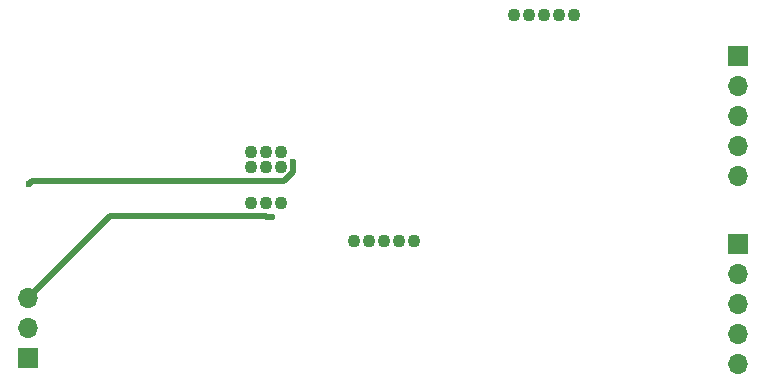
<source format=gbr>
G04 #@! TF.FileFunction,Copper,L2,Bot,Signal*
%FSLAX46Y46*%
G04 Gerber Fmt 4.6, Leading zero omitted, Abs format (unit mm)*
G04 Created by KiCad (PCBNEW 4.0.7-e2-6376~61~ubuntu18.04.1) date Thu Mar  7 01:25:06 2019*
%MOMM*%
%LPD*%
G01*
G04 APERTURE LIST*
%ADD10C,0.100000*%
%ADD11R,1.700000X1.700000*%
%ADD12O,1.700000X1.700000*%
%ADD13C,1.100000*%
%ADD14C,0.600000*%
%ADD15C,0.500000*%
G04 APERTURE END LIST*
D10*
D11*
X119900000Y-105440000D03*
D12*
X119900000Y-102900000D03*
X119900000Y-100360000D03*
D11*
X180000000Y-95760000D03*
D12*
X180000000Y-98300000D03*
X180000000Y-100840000D03*
X180000000Y-103380000D03*
X180000000Y-105920000D03*
D11*
X180000000Y-79820000D03*
D12*
X180000000Y-82360000D03*
X180000000Y-84900000D03*
X180000000Y-87440000D03*
X180000000Y-89980000D03*
D13*
X138730000Y-87965000D03*
X138730000Y-89235000D03*
X140000000Y-87965000D03*
X140000000Y-89235000D03*
X141270000Y-87965000D03*
X141270000Y-89235000D03*
X147490000Y-95500000D03*
X148760000Y-95500000D03*
X150030000Y-95500000D03*
X151300000Y-95500000D03*
X152570000Y-95500000D03*
X166110000Y-76400000D03*
X164840000Y-76400000D03*
X163570000Y-76400000D03*
X162300000Y-76400000D03*
X161030000Y-76400000D03*
X138760000Y-92300000D03*
X140030000Y-92300000D03*
X141300000Y-92300000D03*
D14*
X142300000Y-88814954D03*
X120000000Y-90700000D03*
X140500000Y-93500000D03*
D15*
X120250010Y-90449990D02*
X120000000Y-90700000D01*
X142300000Y-88814954D02*
X142300000Y-89685002D01*
X142300000Y-89685002D02*
X141535012Y-90449990D01*
X141535012Y-90449990D02*
X120250010Y-90449990D01*
X139975736Y-93400000D02*
X126860000Y-93400000D01*
X126860000Y-93400000D02*
X119900000Y-100360000D01*
X140500000Y-93500000D02*
X140075736Y-93500000D01*
X140075736Y-93500000D02*
X139975736Y-93400000D01*
M02*

</source>
